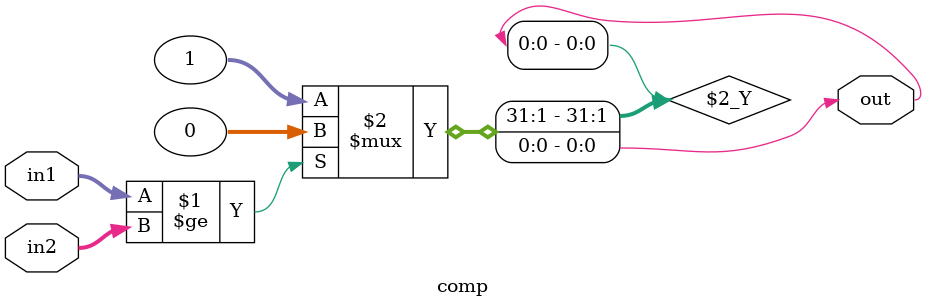
<source format=v>
`timescale 1ns/1ps
module comp(
    in1,
    in2,
    out
);

	// *****************************************************************************
	parameter   LEN = 8;

	// *****************************************************************************
	input	[LEN - 1 : 0]   in1;
	input	[LEN - 1 : 0]   in2;
	output out;

	// *****************************************************************************
	assign out = ( in1 >= in2 ) ? 0 : 1;

endmodule

</source>
